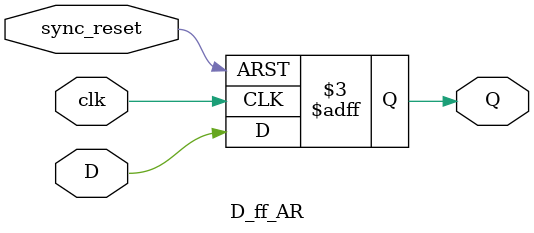
<source format=v>
module D_ff_AR(D,clk,sync_reset,Q);
input D;  
input clk;  
input sync_reset;  
output reg Q; 
always @(posedge clk,negedge sync_reset) 
begin
 if(sync_reset==0)
  Q <= 1'b0; 
 else 
  Q <= D; 
end 
endmodule 
</source>
